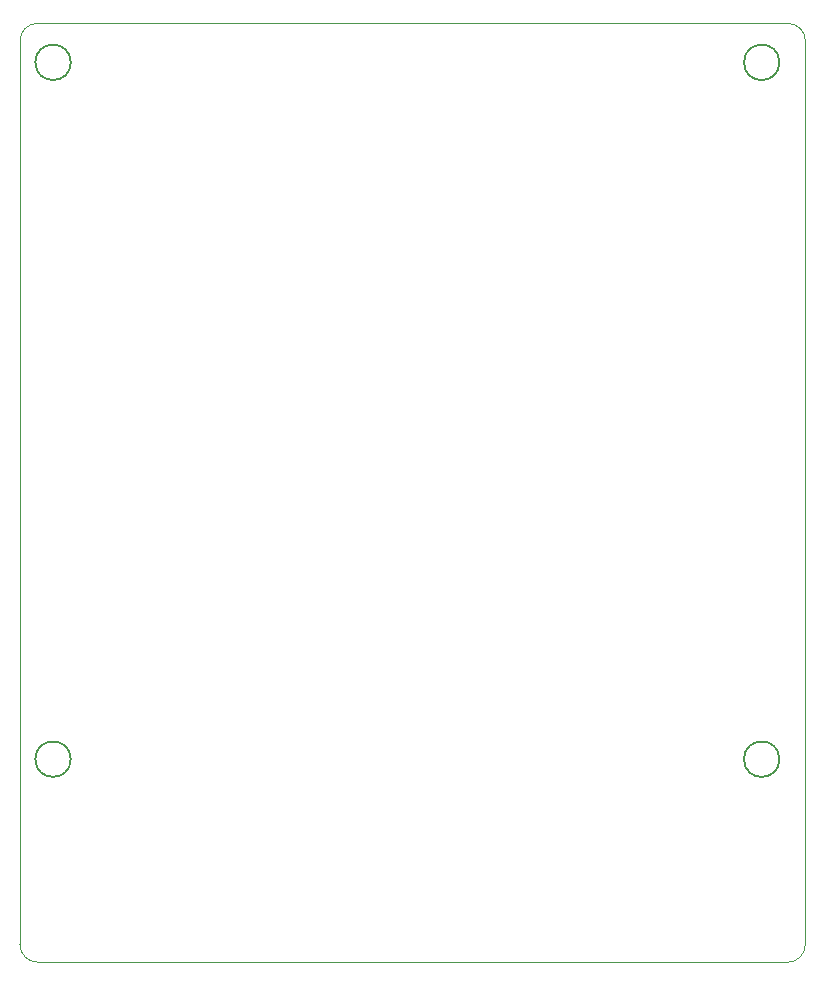
<source format=gm1>
G04 #@! TF.GenerationSoftware,KiCad,Pcbnew,(5.1.8)-1*
G04 #@! TF.CreationDate,2021-09-19T21:20:28+02:00*
G04 #@! TF.ProjectId,sdr-controller,7364722d-636f-46e7-9472-6f6c6c65722e,rev?*
G04 #@! TF.SameCoordinates,Original*
G04 #@! TF.FileFunction,Profile,NP*
%FSLAX46Y46*%
G04 Gerber Fmt 4.6, Leading zero omitted, Abs format (unit mm)*
G04 Created by KiCad (PCBNEW (5.1.8)-1) date 2021-09-19 21:20:28*
%MOMM*%
%LPD*%
G01*
G04 APERTURE LIST*
G04 #@! TA.AperFunction,Profile*
%ADD10C,0.050000*%
G04 #@! TD*
G04 #@! TA.AperFunction,Profile*
%ADD11C,0.200000*%
G04 #@! TD*
G04 APERTURE END LIST*
D10*
X41500000Y-114500000D02*
G75*
G02*
X40000000Y-113000000I0J1500000D01*
G01*
X106500000Y-113000000D02*
G75*
G02*
X105000000Y-114500000I-1500000J0D01*
G01*
X105000000Y-35000000D02*
G75*
G02*
X106500000Y-36500000I0J-1500000D01*
G01*
X40000000Y-36500000D02*
G75*
G02*
X41500000Y-35000000I1500000J0D01*
G01*
D11*
X44300001Y-97311879D02*
G75*
G03*
X44300001Y-97311879I-1500000J0D01*
G01*
X44300001Y-38311879D02*
G75*
G03*
X44300001Y-38311879I-1500000J0D01*
G01*
X104300001Y-38311879D02*
G75*
G03*
X104300001Y-38311879I-1500000J0D01*
G01*
X104300001Y-97311879D02*
G75*
G03*
X104300001Y-97311879I-1500000J0D01*
G01*
D10*
X40000000Y-113000000D02*
X40000000Y-36500000D01*
X105000000Y-114500000D02*
X41500000Y-114500000D01*
X106500000Y-36500000D02*
X106500000Y-113000000D01*
X41500000Y-35000000D02*
X105000000Y-35000000D01*
M02*

</source>
